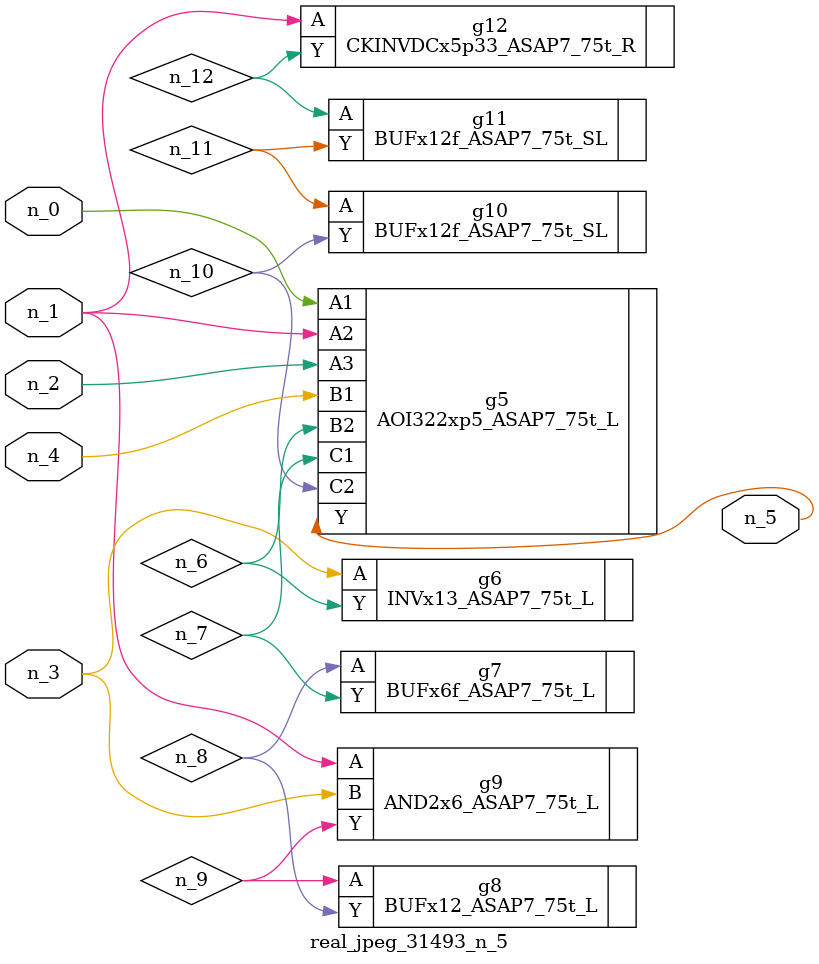
<source format=v>
module real_jpeg_31493_n_5 (n_4, n_0, n_1, n_2, n_3, n_5);

input n_4;
input n_0;
input n_1;
input n_2;
input n_3;

output n_5;

wire n_12;
wire n_8;
wire n_11;
wire n_6;
wire n_7;
wire n_10;
wire n_9;

AOI322xp5_ASAP7_75t_L g5 ( 
.A1(n_0),
.A2(n_1),
.A3(n_2),
.B1(n_4),
.B2(n_6),
.C1(n_7),
.C2(n_10),
.Y(n_5)
);

AND2x6_ASAP7_75t_L g9 ( 
.A(n_1),
.B(n_3),
.Y(n_9)
);

CKINVDCx5p33_ASAP7_75t_R g12 ( 
.A(n_1),
.Y(n_12)
);

INVx13_ASAP7_75t_L g6 ( 
.A(n_3),
.Y(n_6)
);

BUFx6f_ASAP7_75t_L g7 ( 
.A(n_8),
.Y(n_7)
);

BUFx12_ASAP7_75t_L g8 ( 
.A(n_9),
.Y(n_8)
);

BUFx12f_ASAP7_75t_SL g10 ( 
.A(n_11),
.Y(n_10)
);

BUFx12f_ASAP7_75t_SL g11 ( 
.A(n_12),
.Y(n_11)
);


endmodule
</source>
